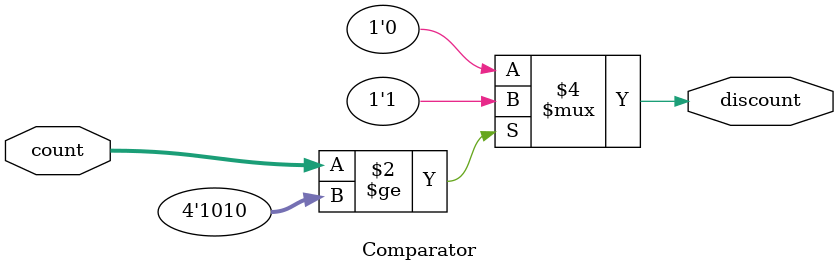
<source format=v>
module Comparator (
    input [3:0] count, 
    output reg discount 
);
    always @(*) begin
        if (count >= 4'd10) 
            discount = 1;
        else 
            discount = 0;
    end
endmodule

</source>
